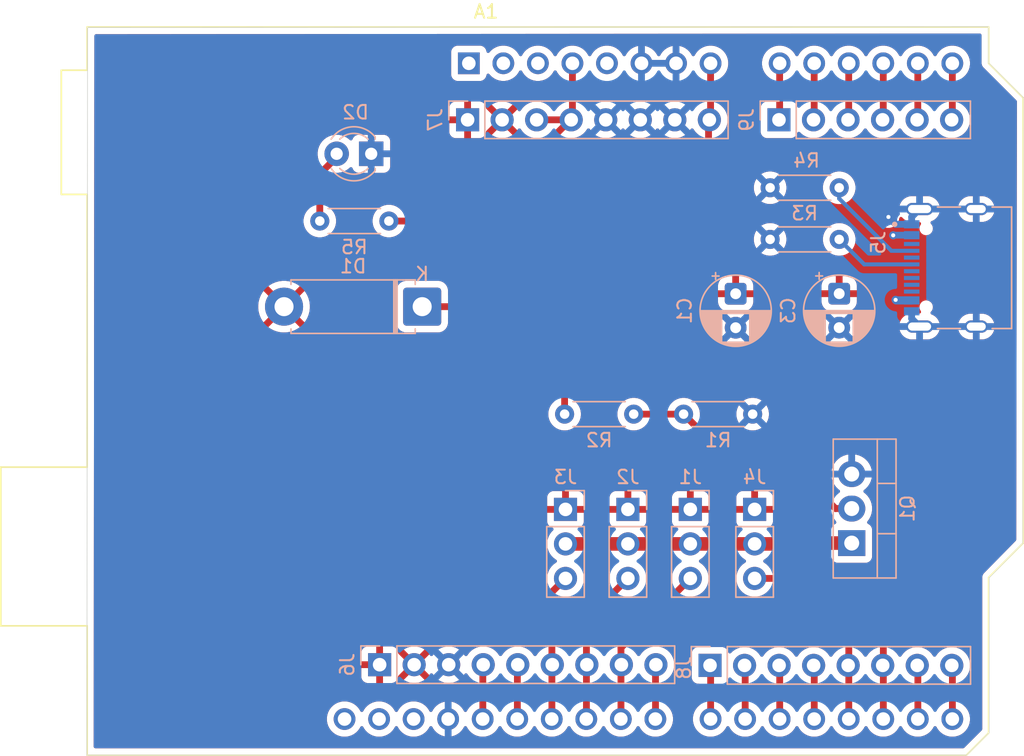
<source format=kicad_pcb>
(kicad_pcb (version 20241229) (generator "pcbnew") (generator_version "9.0")
  (layers (0 "F.Cu" signal) (2 "B.Cu" signal) (13 "F.Paste" user) (15 "B.Paste" user) (5 "F.SilkS" user "F.Silkscreen") (7 "B.SilkS" user "B.Silkscreen") (1 "F.Mask" user) (3 "B.Mask" user) (25 "Edge.Cuts" user))
  (net 0 "")
  (net 1 "D8")
  (net 2 "PWM_2")
  (net 5 "PWM_3")
  (net 6 "A3")
  (net 7 "GND")
  (net 8 "A2")
  (net 10 "PWM_4")
  (net 13 "D0")
  (net 14 "A5")
  (net 15 "D4")
  (net 16 "D6")
  (net 17 "D7")
  (net 19 "D5")
  (net 20 "D12")
  (net 21 "A1")
  (net 22 "A0")
  (net 23 "D1")
  (net 24 "A4")
  (net 26 "D13")
  (net 27 "PWM_1")
  (net 28 "+3V3")
  (net 29 "Servo_Enable")
  (net 30 "+5V")
  (net 31 "Servo_Power")
  (net 35 "Net-(J5-DP1)")
  (net 37 "Net-(J5-CC1)")
  (net 40 "Net-(Q1-G)")
  (net 41 "Net-(D2-A)")
  (net 42 "Vin")
  (footprint "Module:Arduino_UNO_R3" (layer "F.Cu") (at 143.64 46.94)
    (property "Reference" "A1" (at 1.27 -3.81 180) (layer "F.SilkS"))
    (property "Value" "Arduino_UNO_R3")
    (pad "1" thru_hole rect (at 0 0 90) (size 1.6 1.6) (drill 1) (layers "*.Cu" "*.Mask"))
    (pad "2" thru_hole oval (at 2.54 0 90) (size 1.6 1.6) (drill 1) (layers "*.Cu" "*.Mask"))
    (pad "3" thru_hole oval (at 5.08 0 90) (size 1.6 1.6) (drill 1) (layers "*.Cu" "*.Mask"))
    (pad "4" thru_hole oval (at 7.62 0 90) (size 1.6 1.6) (drill 1) (layers "*.Cu" "*.Mask") (net 28 "+3V3"))
    (pad "5" thru_hole oval (at 10.16 0 90) (size 1.6 1.6) (drill 1) (layers "*.Cu" "*.Mask"))
    (pad "6" thru_hole oval (at 12.7 0 90) (size 1.6 1.6) (drill 1) (layers "*.Cu" "*.Mask") (net 7 "GND"))
    (pad "7" thru_hole oval (at 15.24 0 90) (size 1.6 1.6) (drill 1) (layers "*.Cu" "*.Mask") (net 7 "GND"))
    (pad "8" thru_hole oval (at 17.78 0 90) (size 1.6 1.6) (drill 1) (layers "*.Cu" "*.Mask") (net 42 "Vin"))
    (pad "9" thru_hole oval (at 22.86 0 90) (size 1.6 1.6) (drill 1) (layers "*.Cu" "*.Mask") (net 22 "A0"))
    (pad "10" thru_hole oval (at 25.4 0 90) (size 1.6 1.6) (drill 1) (layers "*.Cu" "*.Mask") (net 21 "A1"))
    (pad "11" thru_hole oval (at 27.94 0 90) (size 1.6 1.6) (drill 1) (layers "*.Cu" "*.Mask") (net 8 "A2"))
    (pad "12" thru_hole oval (at 30.48 0 90) (size 1.6 1.6) (drill 1) (layers "*.Cu" "*.Mask") (net 6 "A3"))
    (pad "13" thru_hole oval (at 33.02 0 90) (size 1.6 1.6) (drill 1) (layers "*.Cu" "*.Mask") (net 24 "A4"))
    (pad "14" thru_hole oval (at 35.56 0 90) (size 1.6 1.6) (drill 1) (layers "*.Cu" "*.Mask") (net 14 "A5"))
    (pad "15" thru_hole oval (at 35.56 48.26 90) (size 1.6 1.6) (drill 1) (layers "*.Cu" "*.Mask") (net 13 "D0"))
    (pad "16" thru_hole oval (at 33.02 48.26 90) (size 1.6 1.6) (drill 1) (layers "*.Cu" "*.Mask") (net 23 "D1"))
    (pad "17" thru_hole oval (at 30.48 48.26 90) (size 1.6 1.6) (drill 1) (layers "*.Cu" "*.Mask") (net 29 "Servo_Enable"))
    (pad "18" thru_hole oval (at 27.94 48.26 90) (size 1.6 1.6) (drill 1) (layers "*.Cu" "*.Mask") (net 10 "PWM_4"))
    (pad "19" thru_hole oval (at 25.4 48.26 90) (size 1.6 1.6) (drill 1) (layers "*.Cu" "*.Mask") (net 15 "D4"))
    (pad "20" thru_hole oval (at 22.86 48.26 90) (size 1.6 1.6) (drill 1) (layers "*.Cu" "*.Mask") (net 19 "D5"))
    (pad "21" thru_hole oval (at 20.32 48.26 90) (size 1.6 1.6) (drill 1) (layers "*.Cu" "*.Mask") (net 16 "D6"))
    (pad "22" thru_hole oval (at 17.78 48.26 90) (size 1.6 1.6) (drill 1) (layers "*.Cu" "*.Mask") (net 17 "D7"))
    (pad "23" thru_hole oval (at 13.72 48.26 90) (size 1.6 1.6) (drill 1) (layers "*.Cu" "*.Mask") (net 1 "D8"))
    (pad "24" thru_hole oval (at 11.18 48.26 90) (size 1.6 1.6) (drill 1) (layers "*.Cu" "*.Mask") (net 27 "PWM_1"))
    (pad "25" thru_hole oval (at 8.64 48.26 90) (size 1.6 1.6) (drill 1) (layers "*.Cu" "*.Mask") (net 2 "PWM_2"))
    (pad "26" thru_hole oval (at 6.1 48.26 90) (size 1.6 1.6) (drill 1) (layers "*.Cu" "*.Mask") (net 5 "PWM_3"))
    (pad "27" thru_hole oval (at 3.56 48.26 90) (size 1.6 1.6) (drill 1) (layers "*.Cu" "*.Mask") (net 20 "D12"))
    (pad "28" thru_hole oval (at 1.02 48.26 90) (size 1.6 1.6) (drill 1) (layers "*.Cu" "*.Mask") (net 26 "D13"))
    (pad "29" thru_hole oval (at -1.52 48.26 90) (size 1.6 1.6) (drill 1) (layers "*.Cu" "*.Mask") (net 7 "GND"))
    (pad "30" thru_hole oval (at -4.06 48.26 90) (size 1.6 1.6) (drill 1) (layers "*.Cu" "*.Mask"))
    (pad "31" thru_hole oval (at -6.6 48.26 90) (size 1.6 1.6) (drill 1) (layers "*.Cu" "*.Mask"))
    (pad "32" thru_hole oval (at -9.14 48.26 90) (size 1.6 1.6) (drill 1) (layers "*.Cu" "*.Mask"))
  )
  (footprint "Capacitor_THT:CP_Radial_D5.0mm_P2.50mm" (layer "B.Cu") (at 170.88 63.893823 -90)
    (property "Reference" "C3" (at 1.25 3.75 90) (layer "B.SilkS") (effects (justify mirror)))
    (property "Value" "100uF")
    (pad "1" thru_hole roundrect (at 0 0 270) (size 1.6 1.6) (drill 0.8) (layers "*.Cu" "*.Mask") (roundrect_rratio 0.15625) (net 30 "+5V"))
    (pad "2" thru_hole circle (at 2.5 0 270) (size 1.6 1.6) (drill 0.8) (layers "*.Cu" "*.Mask") (net 7 "GND"))
  )
  (footprint "Capacitor_THT:CP_Radial_D5.0mm_P2.50mm" (layer "B.Cu") (at 163.265 63.9 -90)
    (property "Reference" "C1" (at 1.25 3.75 90) (layer "B.SilkS") (effects (justify mirror)))
    (property "Value" "100uF")
    (pad "1" thru_hole roundrect (at 0 0 270) (size 1.6 1.6) (drill 0.8) (layers "*.Cu" "*.Mask") (roundrect_rratio 0.15625) (net 30 "+5V"))
    (pad "2" thru_hole circle (at 2.5 0 270) (size 1.6 1.6) (drill 0.8) (layers "*.Cu" "*.Mask") (net 7 "GND"))
  )
  (footprint "Resistor_THT:R_Axial_DIN0204_L3.6mm_D1.6mm_P5.08mm_Horizontal" (layer "B.Cu") (at 150.685 72.76)
    (property "Reference" "R2" (at 2.54 1.92 0) (layer "B.SilkS") (effects (justify mirror)))
    (property "Value" "100")
    (pad "1" thru_hole circle (at 0 0) (size 1.4 1.4) (drill 0.7) (layers "*.Cu" "*.Mask") (net 29 "Servo_Enable"))
    (pad "2" thru_hole circle (at 5.08 0) (size 1.4 1.4) (drill 0.7) (layers "*.Cu" "*.Mask") (net 40 "Net-(Q1-G)"))
  )
  (footprint "Resistor_THT:R_Axial_DIN0204_L3.6mm_D1.6mm_P5.08mm_Horizontal" (layer "B.Cu") (at 132.68 58.55)
    (property "Reference" "R5" (at 2.54 1.92 0) (layer "B.SilkS") (effects (justify mirror)))
    (property "Value" "220")
    (pad "1" thru_hole circle (at 0 0) (size 1.4 1.4) (drill 0.7) (layers "*.Cu" "*.Mask") (net 41 "Net-(D2-A)"))
    (pad "2" thru_hole circle (at 5.08 0) (size 1.4 1.4) (drill 0.7) (layers "*.Cu" "*.Mask") (net 28 "+3V3"))
  )
  (footprint "LED_THT:LED_D3.0mm" (layer "B.Cu") (at 136.46 53.6 180)
    (property "Reference" "D2" (at 1.15 3.05 0) (layer "B.SilkS") (effects (justify mirror)))
    (property "Value" "LED")
    (pad "1" thru_hole rect (at 0 0 180) (size 1.8 1.8) (drill 0.9) (layers "*.Cu" "*.Mask") (net 7 "GND"))
    (pad "2" thru_hole circle (at 2.54 0 180) (size 1.8 1.8) (drill 0.9) (layers "*.Cu" "*.Mask") (net 41 "Net-(D2-A)"))
  )
  (footprint "Diode_THT:D_5W_P10.16mm_Horizontal" (layer "B.Cu") (at 140.21 64.85 180)
    (property "Reference" "D1" (at 5.08 2.97 0) (layer "B.SilkS") (effects (justify mirror)))
    (property "Value" "PTVS5V0Z1USK")
    (fp_text user "K" (at 0 2.4 0) (layer "B.SilkS") (effects (justify mirror)))
    (pad "1" thru_hole roundrect (at 0 0 180) (size 2.8 2.8) (drill 1.4) (layers "*.Cu" "*.Mask") (roundrect_rratio 0.089286) (net 42 "Vin"))
    (pad "2" thru_hole circle (at 10.16 0 180) (size 2.8 2.8) (drill 1.4) (layers "*.Cu" "*.Mask") (net 30 "+5V"))
  )
  (footprint "Connector_PinHeader_2.54mm:PinHeader_1x09_P2.54mm_Vertical" (layer "B.Cu") (at 137.08 91.2 -90)
    (property "Reference" "J6" (at 0 2.38 90) (layer "B.SilkS") (effects (justify mirror)))
    (property "Value" "Conn_01x09_Pin")
    (pad "1" thru_hole rect (at 0 0 270) (size 1.7 1.7) (drill 1) (layers "*.Cu" "*.Mask") (net 30 "+5V"))
    (pad "2" thru_hole circle (at 0 -2.54 270) (size 1.7 1.7) (drill 1) (layers "*.Cu" "*.Mask") (net 30 "+5V"))
    (pad "3" thru_hole circle (at 0 -5.08 270) (size 1.7 1.7) (drill 1) (layers "*.Cu" "*.Mask") (net 7 "GND"))
    (pad "4" thru_hole circle (at 0 -7.62 270) (size 1.7 1.7) (drill 1) (layers "*.Cu" "*.Mask") (net 26 "D13"))
    (pad "5" thru_hole circle (at 0 -10.16 270) (size 1.7 1.7) (drill 1) (layers "*.Cu" "*.Mask") (net 20 "D12"))
    (pad "6" thru_hole circle (at 0 -12.7 270) (size 1.7 1.7) (drill 1) (layers "*.Cu" "*.Mask") (net 5 "PWM_3"))
    (pad "7" thru_hole circle (at 0 -15.24 270) (size 1.7 1.7) (drill 1) (layers "*.Cu" "*.Mask") (net 2 "PWM_2"))
    (pad "8" thru_hole circle (at 0 -17.78 270) (size 1.7 1.7) (drill 1) (layers "*.Cu" "*.Mask") (net 27 "PWM_1"))
    (pad "9" thru_hole circle (at 0 -20.32 270) (size 1.7 1.7) (drill 1) (layers "*.Cu" "*.Mask") (net 1 "D8"))
  )
  (footprint "Connector_PinHeader_2.54mm:PinHeader_1x03_P2.54mm_Vertical" (layer "B.Cu") (at 155.34 79.77 180)
    (property "Reference" "J2" (at 0 2.38 0) (layer "B.SilkS") (effects (justify mirror)))
    (property "Value" "Conn_01x03_Pin")
    (pad "1" thru_hole rect (at 0 0 180) (size 1.7 1.7) (drill 1) (layers "*.Cu" "*.Mask") (net 30 "+5V"))
    (pad "2" thru_hole circle (at 0 -2.54 180) (size 1.7 1.7) (drill 1) (layers "*.Cu" "*.Mask") (net 31 "Servo_Power"))
    (pad "3" thru_hole circle (at 0 -5.08 180) (size 1.7 1.7) (drill 1) (layers "*.Cu" "*.Mask") (net 2 "PWM_2"))
  )
  (footprint "Connector_PinHeader_2.54mm:PinHeader_1x08_P2.54mm_Vertical" (layer "B.Cu") (at 161.38 91.25 -90)
    (property "Reference" "J8" (at 0.190477 1.925 90) (layer "B.SilkS") (effects (justify mirror)))
    (property "Value" "Conn_01x08_Pin" (hide yes))
    (pad "1" thru_hole rect (at 0 0 270) (size 1.7 1.7) (drill 1) (layers "*.Cu" "*.Mask") (net 17 "D7"))
    (pad "2" thru_hole circle (at 0 -2.54 270) (size 1.7 1.7) (drill 1) (layers "*.Cu" "*.Mask") (net 16 "D6"))
    (pad "3" thru_hole circle (at 0 -5.08 270) (size 1.7 1.7) (drill 1) (layers "*.Cu" "*.Mask") (net 19 "D5"))
    (pad "4" thru_hole circle (at 0 -7.62 270) (size 1.7 1.7) (drill 1) (layers "*.Cu" "*.Mask") (net 15 "D4"))
    (pad "5" thru_hole circle (at 0 -10.16 270) (size 1.7 1.7) (drill 1) (layers "*.Cu" "*.Mask") (net 10 "PWM_4"))
    (pad "6" thru_hole circle (at 0 -12.7 270) (size 1.7 1.7) (drill 1) (layers "*.Cu" "*.Mask") (net 29 "Servo_Enable"))
    (pad "7" thru_hole circle (at 0 -15.24 270) (size 1.7 1.7) (drill 1) (layers "*.Cu" "*.Mask") (net 23 "D1"))
    (pad "8" thru_hole circle (at 0 -17.78 270) (size 1.7 1.7) (drill 1) (layers "*.Cu" "*.Mask") (net 13 "D0"))
  )
  (footprint "Connector_PinHeader_2.54mm:PinHeader_1x06_P2.54mm_Vertical" (layer "B.Cu") (at 166.45 51.1 -90)
    (property "Reference" "J9" (at 0 2.38 90) (layer "B.SilkS") (effects (justify mirror)))
    (property "Value" "Conn_01x06_Pin")
    (pad "1" thru_hole rect (at 0 0 270) (size 1.7 1.7) (drill 1) (layers "*.Cu" "*.Mask") (net 22 "A0"))
    (pad "2" thru_hole circle (at 0 -2.54 270) (size 1.7 1.7) (drill 1) (layers "*.Cu" "*.Mask") (net 21 "A1"))
    (pad "3" thru_hole circle (at 0 -5.08 270) (size 1.7 1.7) (drill 1) (layers "*.Cu" "*.Mask") (net 8 "A2"))
    (pad "4" thru_hole circle (at 0 -7.62 270) (size 1.7 1.7) (drill 1) (layers "*.Cu" "*.Mask") (net 6 "A3"))
    (pad "5" thru_hole circle (at 0 -10.16 270) (size 1.7 1.7) (drill 1) (layers "*.Cu" "*.Mask") (net 24 "A4"))
    (pad "6" thru_hole circle (at 0 -12.7 270) (size 1.7 1.7) (drill 1) (layers "*.Cu" "*.Mask") (net 14 "A5"))
  )
  (footprint "Connector_PinHeader_2.54mm:PinHeader_1x03_P2.54mm_Vertical" (layer "B.Cu") (at 159.93 79.77 180)
    (property "Reference" "J1" (at 0 2.38 0) (layer "B.SilkS") (effects (justify mirror)))
    (property "Value" "Conn_01x03_Pin")
    (pad "1" thru_hole rect (at 0 0 180) (size 1.7 1.7) (drill 1) (layers "*.Cu" "*.Mask") (net 30 "+5V"))
    (pad "2" thru_hole circle (at 0 -2.54 180) (size 1.7 1.7) (drill 1) (layers "*.Cu" "*.Mask") (net 31 "Servo_Power"))
    (pad "3" thru_hole circle (at 0 -5.08 180) (size 1.7 1.7) (drill 1) (layers "*.Cu" "*.Mask") (net 27 "PWM_1"))
  )
  (footprint "Connector_PinHeader_2.54mm:PinHeader_1x03_P2.54mm_Vertical" (layer "B.Cu") (at 164.66 79.77 180)
    (property "Reference" "J4" (at 0 2.38 0) (layer "B.SilkS") (effects (justify mirror)))
    (property "Value" "Conn_01x03_Pin")
    (pad "1" thru_hole rect (at 0 0 180) (size 1.7 1.7) (drill 1) (layers "*.Cu" "*.Mask") (net 30 "+5V"))
    (pad "2" thru_hole circle (at 0 -2.54 180) (size 1.7 1.7) (drill 1) (layers "*.Cu" "*.Mask") (net 31 "Servo_Power"))
    (pad "3" thru_hole circle (at 0 -5.08 180) (size 1.7 1.7) (drill 1) (layers "*.Cu" "*.Mask") (net 10 "PWM_4"))
  )
  (footprint "Connector_PinHeader_2.54mm:PinHeader_1x08_P2.54mm_Vertical" (layer "B.Cu") (at 143.55 51.1 -90)
    (property "Reference" "J7" (at 0 2.38 90) (layer "B.SilkS") (effects (justify mirror)))
    (property "Value" "Conn_01x08_Pin")
    (pad "1" thru_hole rect (at 0 0 270) (size 1.7 1.7) (drill 1) (layers "*.Cu" "*.Mask") (net 30 "+5V"))
    (pad "2" thru_hole circle (at 0 -2.54 270) (size 1.7 1.7) (drill 1) (layers "*.Cu" "*.Mask") (net 30 "+5V"))
    (pad "3" thru_hole circle (at 0 -5.08 270) (size 1.7 1.7) (drill 1) (layers "*.Cu" "*.Mask") (net 28 "+3V3"))
    (pad "4" thru_hole circle (at 0 -7.62 270) (size 1.7 1.7) (drill 1) (layers "*.Cu" "*.Mask") (net 28 "+3V3"))
    (pad "5" thru_hole circle (at 0 -10.16 270) (size 1.7 1.7) (drill 1) (layers "*.Cu" "*.Mask") (net 7 "GND"))
    (pad "6" thru_hole circle (at 0 -12.7 270) (size 1.7 1.7) (drill 1) (layers "*.Cu" "*.Mask") (net 7 "GND"))
    (pad "7" thru_hole circle (at 0 -15.24 270) (size 1.7 1.7) (drill 1) (layers "*.Cu" "*.Mask") (net 7 "GND"))
    (pad "8" thru_hole circle (at 0 -17.78 270) (size 1.7 1.7) (drill 1) (layers "*.Cu" "*.Mask") (net 42 "Vin"))
  )
  (footprint "Resistor_THT:R_Axial_DIN0204_L3.6mm_D1.6mm_P5.08mm_Horizontal" (layer "B.Cu") (at 165.8 56.1)
    (property "Reference" "R4" (at 2.68 -2 0) (layer "B.SilkS") (effects (justify mirror)))
    (property "Value" "5.1k")
    (pad "1" thru_hole circle (at 0 0) (size 1.4 1.4) (drill 0.7) (layers "*.Cu" "*.Mask") (net 7 "GND"))
    (pad "2" thru_hole circle (at 5.08 0) (size 1.4 1.4) (drill 0.7) (layers "*.Cu" "*.Mask") (net 37 "Net-(J5-CC1)"))
  )
  (footprint "Resistor_THT:R_Axial_DIN0204_L3.6mm_D1.6mm_P5.08mm_Horizontal" (layer "B.Cu") (at 170.88 59.9 180)
    (property "Reference" "R3" (at 2.54 1.92 0) (layer "B.SilkS") (effects (justify mirror)))
    (property "Value" "5.1k")
    (pad "1" thru_hole circle (at 0 0 180) (size 1.4 1.4) (drill 0.7) (layers "*.Cu" "*.Mask") (net 35 "Net-(J5-DP1)"))
    (pad "2" thru_hole circle (at 5.08 0 180) (size 1.4 1.4) (drill 0.7) (layers "*.Cu" "*.Mask") (net 7 "GND"))
  )
  (footprint "Connector_PinHeader_2.54mm:PinHeader_1x03_P2.54mm_Vertical" (layer "B.Cu") (at 150.75 79.77 180)
    (property "Reference" "J3" (at 0 2.38 0) (layer "B.SilkS") (effects (justify mirror)))
    (property "Value" "Conn_01x03_Pin")
    (pad "1" thru_hole rect (at 0 0 180) (size 1.7 1.7) (drill 1) (layers "*.Cu" "*.Mask") (net 30 "+5V"))
    (pad "2" thru_hole circle (at 0 -2.54 180) (size 1.7 1.7) (drill 1) (layers "*.Cu" "*.Mask") (net 31 "Servo_Power"))
    (pad "3" thru_hole circle (at 0 -5.08 180) (size 1.7 1.7) (drill 1) (layers "*.Cu" "*.Mask") (net 5 "PWM_3"))
  )
  (footprint "Resistor_THT:R_Axial_DIN0204_L3.6mm_D1.6mm_P5.08mm_Horizontal" (layer "B.Cu") (at 159.435 72.76)
    (property "Reference" "R1" (at 2.54 1.92 0) (layer "B.SilkS") (effects (justify mirror)))
    (property "Value" "10k")
    (pad "1" thru_hole circle (at 0 0) (size 1.4 1.4) (drill 0.7) (layers "*.Cu" "*.Mask") (net 40 "Net-(Q1-G)"))
    (pad "2" thru_hole circle (at 5.08 0) (size 1.4 1.4) (drill 0.7) (layers "*.Cu" "*.Mask") (net 7 "GND"))
  )
  (footprint "Package_TO_SOT_THT:TO-220-3_Vertical" (layer "B.Cu") (at 171.8 82.25 90)
    (property "Reference" "Q1" (at 2.54 4.1 90) (layer "B.SilkS") (effects (justify mirror)))
    (property "Value" "IRLZ44N")
    (pad "1" thru_hole rect (at 0 0 90) (size 1.905 2) (drill 1.1) (layers "*.Cu" "*.Mask") (net 31 "Servo_Power"))
    (pad "2" thru_hole oval (at 2.54 0 90) (size 1.905 2) (drill 1.1) (layers "*.Cu" "*.Mask") (net 40 "Net-(Q1-G)"))
    (pad "3" thru_hole oval (at 5.08 0 90) (size 1.905 2) (drill 1.1) (layers "*.Cu" "*.Mask") (net 7 "GND"))
  )
  (footprint "footprints:HRO_TYPE-C-31-M-12" (layer "B.Cu") (at 180.96 61.99 -90)
    (property "Reference" "J5" (at -1.85 7.205 90) (layer "B.SilkS") (effects (justify mirror)))
    (property "Value" "TYPE-C-31-M-12")
    (pad "" np_thru_hole circle (at -2.89 3.68 270) (size 0.6 0.6) (drill 0.6) (layers "*.Cu" "*.Mask"))
    (pad "" np_thru_hole circle (at 2.89 3.68 270) (size 0.6 0.6) (drill 0.6) (layers "*.Cu" "*.Mask"))
    (pad "A1_B12" smd rect (at -3.2 4.75 270) (size 0.6 1.14) (layers "B.Cu" "B.Paste") (net 7 "GND"))
    (pad "A4_B9" smd rect (at -2.4 4.75 270) (size 0.6 1.14) (layers "B.Cu" "B.Paste") (net 30 "+5V"))
    (pad "A5" smd rect (at -1.25 4.75 270) (size 0.3 1.14) (layers "B.Cu" "B.Paste") (net 37 "Net-(J5-CC1)"))
    (pad "A6" smd rect (at -0.25 4.75 270) (size 0.3 1.14) (layers "B.Cu" "B.Paste") (net 35 "Net-(J5-DP1)"))
    (pad "A7" smd rect (at 0.25 4.75 270) (size 0.3 1.14) (layers "B.Cu" "B.Paste"))
    (pad "A8" smd rect (at 1.25 4.75 270) (size 0.3 1.14) (layers "B.Cu" "B.Paste"))
    (pad "B1_A12" smd rect (at 3.2 4.75 270) (size 0.6 1.14) (layers "B.Cu" "B.Paste") (net 7 "GND"))
    (pad "B4_A9" smd rect (at 2.4 4.75 270) (size 0.6 1.14) (layers "B.Cu" "B.Paste") (net 30 "+5V"))
    (pad "B5" smd rect (at 1.75 4.75 270) (size 0.3 1.14) (layers "B.Cu" "B.Paste"))
    (pad "B6" smd rect (at 0.75 4.75 270) (size 0.3 1.14) (layers "B.Cu" "B.Paste"))
    (pad "B7" smd rect (at -0.75 4.75 270) (size 0.3 1.14) (layers "B.Cu" "B.Paste"))
    (pad "B8" smd rect (at -1.75 4.75 270) (size 0.3 1.14) (layers "B.Cu" "B.Paste"))
    (pad "S1" thru_hole oval (at -4.325 4.17 270) (size 0.9 2) (drill oval 0.6 1.7) (layers "*.Cu" "*.Mask") (net 7 "GND"))
    (pad "S2" thru_hole oval (at 4.325 4.17 270) (size 0.9 2) (drill oval 0.6 1.7) (layers "*.Cu" "*.Mask") (net 7 "GND"))
    (pad "S3" thru_hole oval (at -4.325 0 270) (size 0.9 1.7) (drill oval 0.6 1.4) (layers "*.Cu" "*.Mask") (net 7 "GND"))
    (pad "S4" thru_hole oval (at 4.325 0 270) (size 0.9 1.7) (drill oval 0.6 1.4) (layers "*.Cu" "*.Mask") (net 7 "GND"))
  )
  (gr_line (start 181.9 84.8) (end 181.9 96.2) (stroke (width 0.05)) (layer "Edge.Cuts"))
  (gr_line (start 115.55 97.85) (end 115.6 44.3) (stroke (width 0.05)) (layer "Edge.Cuts"))
  (gr_line (start 181.9 96.2) (end 180.25 97.85) (stroke (width 0.05)) (layer "Edge.Cuts"))
  (gr_line (start 115.55 97.85) (end 180.25 97.85) (stroke (width 0.05)) (layer "Edge.Cuts"))
  (gr_line (start 181.85 44.25) (end 181.85 46.9) (stroke (width 0.05)) (layer "Edge.Cuts"))
  (gr_line (start 184.4 82.25) (end 181.9 84.8) (stroke (width 0.05)) (layer "Edge.Cuts"))
  (gr_line (start 184.45 49.5) (end 184.4 82.25) (stroke (width 0.05)) (layer "Edge.Cuts"))
  (gr_line (start 181.85 44.25) (end 115.6 44.3) (stroke (width 0.05)) (layer "Edge.Cuts"))
  (gr_line (start 181.85 46.9) (end 184.45 49.5) (stroke (width 0.05)) (layer "Edge.Cuts"))
  (segment (start 157.37 95.19) (end 157.36 95.2) (width 0.5) (layer "F.Cu") (net 1))
  (segment (start 157.37 91.3) (end 157.37 95.19) (width 0.5) (layer "F.Cu") (net 1))
  (segment (start 152.29 91.3) (end 152.29 95.19) (width 0.5) (layer "F.Cu") (net 2))
  (segment (start 152.29 95.19) (end 152.28 95.2) (width 0.5) (layer "F.Cu") (net 2))
  (segment (start 155.34 84.85) (end 152.29 87.9) (width 0.5) (layer "F.Cu") (net 2))
  (segment (start 152.29 87.9) (end 152.29 91.3) (width 0.5) (layer "F.Cu") (net 2))
  (segment (start 149.75 85.85) (end 149.75 91.3) (width 0.5) (layer "F.Cu") (net 5))
  (segment (start 149.75 91.3) (end 149.75 95.19) (width 0.5) (layer "F.Cu") (net 5))
  (segment (start 150.75 84.85) (end 149.75 85.85) (width 0.5) (layer "F.Cu") (net 5))
  (segment (start 149.8 95.2) (end 149.74 95.2) (width 0.5) (layer "F.Cu") (net 5))
  (segment (start 149.75 95.19) (end 149.74 95.2) (width 0.5) (layer "F.Cu") (net 5))
  (segment (start 174.12 46.94) (end 174.12 51) (width 0.5) (layer "F.Cu") (net 6))
  (segment (start 174.12 51) (end 174.02 51.1) (width 0.5) (layer "F.Cu") (net 6))
  (via (at 174.5 58.25) (size 0.6) (drill 0.3) (layers "F.Cu" "B.Cu") (net 7))
  (segment (start 176.21 65.19) (end 176.21 65.735) (width 0.5) (layer "B.Cu") (net 7))
  (segment (start 176.21 58.79) (end 175.04 58.79) (width 0.5) (layer "B.Cu") (net 7))
  (segment (start 176.21 65.735) (end 176.79 66.315) (width 0.5) (layer "B.Cu") (net 7))
  (segment (start 176.21 58.245) (end 176.79 57.665) (width 0.5) (layer "B.Cu") (net 7))
  (segment (start 176.21 58.79) (end 176.21 58.245) (width 0.5) (layer "B.Cu") (net 7))
  (segment (start 175.04 58.79) (end 174.5 58.25) (width 0.5) (layer "B.Cu") (net 7))
  (segment (start 171.58 51) (end 171.48 51.1) (width 0.5) (layer "F.Cu") (net 8))
  (segment (start 171.58 46.94) (end 171.58 51) (width 0.5) (layer "F.Cu") (net 8))
  (segment (start 169.15 84.85) (end 171.6 87.3) (width 0.5) (layer "F.Cu") (net 10))
  (segment (start 171.585 88.665) (end 171.585 91.275) (width 0.5) (layer "F.Cu") (net 10))
  (segment (start 171.6 88.65) (end 171.585 88.665) (width 0.5) (layer "F.Cu") (net 10))
  (segment (start 164.66 84.85) (end 169.15 84.85) (width 0.5) (layer "F.Cu") (net 10))
  (segment (start 171.6 87.3) (end 171.6 88.65) (width 0.5) (layer "F.Cu") (net 10))
  (segment (start 171.585 91.275) (end 171.585 95.195) (width 0.5) (layer "F.Cu") (net 10))
  (segment (start 171.585 95.195) (end 171.58 95.2) (width 0.5) (layer "F.Cu") (net 10))
  (segment (start 179.205 95.195) (end 179.2 95.2) (width 0.5) (layer "F.Cu") (net 13))
  (segment (start 179.205 91.275) (end 179.205 95.195) (width 0.5) (layer "F.Cu") (net 13))
  (segment (start 179.2 51) (end 179.1 51.1) (width 0.5) (layer "F.Cu") (net 14))
  (segment (start 179.2 46.94) (end 179.2 51) (width 0.5) (layer "F.Cu") (net 14))
  (segment (start 169.045 95.195) (end 169.04 95.2) (width 0.5) (layer "F.Cu") (net 15))
  (segment (start 169.045 91.275) (end 169.045 95.195) (width 0.5) (layer "F.Cu") (net 15))
  (segment (start 163.965 91.275) (end 163.965 95.195) (width 0.5) (layer "F.Cu") (net 16))
  (segment (start 163.965 95.195) (end 163.96 95.2) (width 0.5) (layer "F.Cu") (net 16))
  (segment (start 161.425 95.195) (end 161.42 95.2) (width 0.5) (layer "F.Cu") (net 17))
  (segment (start 161.425 91.275) (end 161.425 95.195) (width 0.5) (layer "F.Cu") (net 17))
  (segment (start 166.505 91.275) (end 166.505 95.195) (width 0.5) (layer "F.Cu") (net 19))
  (segment (start 166.505 95.195) (end 166.5 95.2) (width 0.5) (layer "F.Cu") (net 19))
  (segment (start 147.21 95.19) (end 147.2 95.2) (width 0.5) (layer "F.Cu") (net 20))
  (segment (start 147.21 91.3) (end 147.21 95.19) (width 0.5) (layer "F.Cu") (net 20))
  (segment (start 169.04 51) (end 168.94 51.1) (width 0.5) (layer "F.Cu") (net 21))
  (segment (start 169.04 46.94) (end 169.04 51) (width 0.5) (layer "F.Cu") (net 21))
  (segment (start 166.5 51) (end 166.4 51.1) (width 0.5) (layer "F.Cu") (net 22))
  (segment (start 166.5 46.94) (end 166.5 51) (width 0.5) (layer "F.Cu") (net 22))
  (segment (start 176.665 95.195) (end 176.66 95.2) (width 0.5) (layer "F.Cu") (net 23))
  (segment (start 176.665 91.275) (end 176.665 95.195) (width 0.5) (layer "F.Cu") (net 23))
  (segment (start 176.66 46.94) (end 176.66 51) (width 0.5) (layer "F.Cu") (net 24))
  (segment (start 176.66 51) (end 176.56 51.1) (width 0.5) (layer "F.Cu") (net 24))
  (segment (start 144.67 91.3) (end 144.67 95.19) (width 0.5) (layer "F.Cu") (net 26))
  (segment (start 144.67 95.19) (end 144.66 95.2) (width 0.5) (layer "F.Cu") (net 26))
  (segment (start 154.83 89.95) (end 154.83 91.3) (width 0.5) (layer "F.Cu") (net 27))
  (segment (start 159.93 84.85) (end 154.83 89.95) (width 0.5) (layer "F.Cu") (net 27))
  (segment (start 154.83 95.19) (end 154.82 95.2) (width 0.5) (layer "F.Cu") (net 27))
  (segment (start 154.83 91.3) (end 154.83 95.19) (width 0.5) (layer "F.Cu") (net 27))
  (segment (start 151.26 50.95) (end 151.11 51.1) (width 0.5) (layer "F.Cu") (net 28))
  (segment (start 151.26 46.94) (end 151.26 50.95) (width 0.5) (layer "F.Cu") (net 28))
  (segment (start 148.57 51.1) (end 151.11 51.1) (width 0.5) (layer "F.Cu") (net 28))
  (segment (start 143.66 58.55) (end 151.11 51.1) (width 0.5) (layer "F.Cu") (net 28))
  (segment (start 137.76 58.55) (end 143.66 58.55) (width 0.5) (layer "F.Cu") (net 28))
  (segment (start 174.125 91.275) (end 174.125 95.195) (width 0.5) (layer "F.Cu") (net 29))
  (segment (start 172.85 69.95) (end 178.1 75.2) (width 0.5) (layer "F.Cu") (net 29))
  (segment (start 150.685 72.76) (end 150.685 71.215) (width 0.5) (layer "F.Cu") (net 29))
  (segment (start 150.685 71.215) (end 151.95 69.95) (width 0.5) (layer "F.Cu") (net 29))
  (segment (start 178.1 75.2) (end 178.1 83.7) (width 0.5) (layer "F.Cu") (net 29))
  (segment (start 178.1 83.7) (end 174.125 87.675) (width 0.5) (layer "F.Cu") (net 29))
  (segment (start 174.125 95.195) (end 174.12 95.2) (width 0.5) (layer "F.Cu") (net 29))
  (segment (start 151.95 69.95) (end 172.85 69.95) (width 0.5) (layer "F.Cu") (net 29))
  (segment (start 174.125 87.675) (end 174.125 91.275) (width 0.5) (layer "F.Cu") (net 29))
  (via (at 175.03 64.35) (size 0.6) (drill 0.3) (layers "F.Cu" "B.Cu") (net 30))
  (via (at 174.85 59.6) (size 0.6) (drill 0.3) (layers "F.Cu" "B.Cu") (net 30))
  (segment (start 176.21 64.39) (end 175.07 64.39) (width 0.6) (layer "B.Cu") (net 30))
  (segment (start 175.07 64.39) (end 175.03 64.35) (width 0.2) (layer "B.Cu") (net 30))
  (segment (start 176.21 59.59) (end 174.86 59.59) (width 0.5) (layer "B.Cu") (net 30))
  (segment (start 174.86 59.59) (end 174.85 59.6) (width 0.5) (layer "B.Cu") (net 30))
  (segment (start 166.25 82.31) (end 166.31 82.25) (width 1) (layer "F.Cu") (net 31))
  (segment (start 166.31 82.25) (end 171.8 82.25) (width 1) (layer "F.Cu") (net 31))
  (segment (start 150.75 82.31) (end 166.25 82.31) (width 1) (layer "F.Cu") (net 31))
  (segment (start 172.72 61.74) (end 170.88 59.9) (width 0.3) (layer "B.Cu") (net 35))
  (segment (start 176.21 61.74) (end 172.72 61.74) (width 0.3) (layer "B.Cu") (net 35))
  (segment (start 176.21 60.74) (end 174.72 60.74) (width 0.3) (layer "B.Cu") (net 37))
  (segment (start 174.72 60.74) (end 170.88 56.9) (width 0.3) (layer "B.Cu") (net 37))
  (segment (start 170.88 56.9) (end 170.88 56.1) (width 0.3) (layer "B.Cu") (net 37))
  (segment (start 170.61 79.71) (end 167.25 76.35) (width 0.5) (layer "F.Cu") (net 40))
  (segment (start 171.8 79.71) (end 170.61 79.71) (width 0.5) (layer "F.Cu") (net 40))
  (segment (start 163.025 76.35) (end 159.435 72.76) (width 0.5) (layer "F.Cu") (net 40))
  (segment (start 167.25 76.35) (end 163.025 76.35) (width 0.5) (layer "F.Cu") (net 40))
  (segment (start 155.765 72.76) (end 159.435 72.76) (width 0.5) (layer "F.Cu") (net 40))
  (segment (start 132.68 55.08) (end 132.68 58.55) (width 0.5) (layer "F.Cu") (net 41))
  (segment (start 133.92 53.84) (end 132.68 55.08) (width 0.5) (layer "F.Cu") (net 41))
  (segment (start 133.92 53.6) (end 133.92 53.84) (width 0.5) (layer "F.Cu") (net 41))
  (segment (start 150.4 64.85) (end 161.27 53.98) (width 0.5) (layer "F.Cu") (net 42))
  (segment (start 161.27 53.98) (end 161.27 51.1) (width 0.5) (layer "F.Cu") (net 42))
  (segment (start 161.42 46.94) (end 161.42 50.95) (width 0.5) (layer "F.Cu") (net 42))
  (segment (start 140.21 64.85) (end 150.4 64.85) (width 0.5) (layer "F.Cu") (net 42))
  (segment (start 161.42 50.95) (end 161.27 51.1) (width 0.5) (layer "F.Cu") (net 42))
  (zone (net 30) (net_name "+5V") (layer "F.Cu") (connect_pads (clearance 0.5)) (min_thickness 0.25) (fill yes (thermal_gap 0.5) (thermal_bridge_width 0.5))
    (polygon (pts (xy 115.65 44.3) (xy 115.6 97.85) (xy 180.2 97.9) (xy 181.85 96.25) (xy 181.9 84.85) (xy 184.4 82.25) (xy 184.4 49.5) (xy 181.85 46.9) (xy 181.85 44.25)))
  )
  (zone (net 7) (net_name "GND") (layer "B.Cu") (priority 1) (connect_pads (clearance 0.5)) (min_thickness 0.25) (fill yes (thermal_gap 0.5) (thermal_bridge_width 0.5))
    (polygon (pts (xy 115.65 44.3) (xy 181.85 44.25) (xy 181.85 46.9) (xy 184.4 49.5) (xy 184.4 82.25) (xy 181.8 84.85) (xy 181.85 96.2) (xy 180.2 97.9) (xy 115.6 97.85)))
  )
)
</source>
